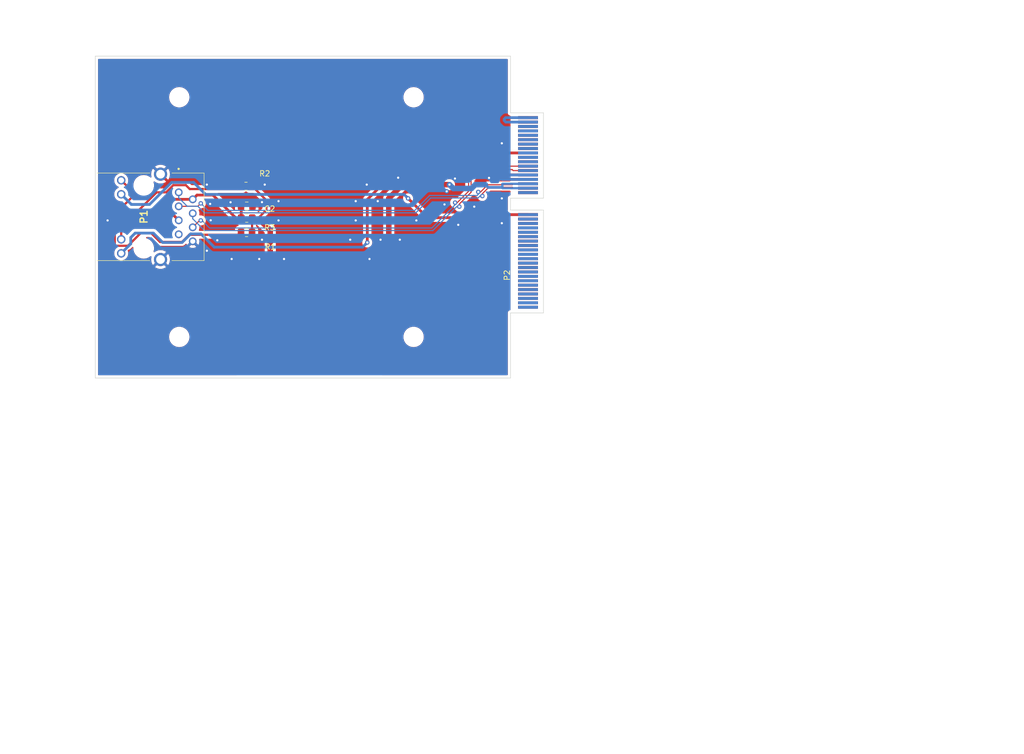
<source format=kicad_pcb>
(kicad_pcb (version 20221018) (generator pcbnew)
  (layers (0 "F.Cu" signal) (31 "B.Cu" signal) (34 "B.Paste" user) (35 "F.Paste" user) (36 "B.SilkS" user "B.Silkscreen") (37 "F.SilkS" user "F.Silkscreen") (38 "B.Mask" user) (39 "F.Mask" user) (44 "Edge.Cuts" user))
  (net 0 "")
  (net 1 "GND")
  (net 2 "LED2")
  (net 3 "TX+")
  (net 4 "TX-")
  (net 5 "RX+")
  (net 6 "RX-")
  (net 7 "LED1")
  (net 53 "+3.3V")
  (net 74 "Net-(P2-Pin_78)")
  (net 76 "Net-(P1-CRD)")
  (net 78 "Net-(P1-AG)")
  (net 79 "Net-(P1-AY)")
  (footprint "Capacitor_SMD:C_0805_2012Metric_Pad1.18x1.45mm_HandSolder" (layer "F.Cu") (at 139.7375 86.4 180)
    (fp_text reference "C2" (at -4.1625 -0.5) (layer "F.SilkS"))
    (fp_text value "1n")
    (fp_line (start -0.261252 -0.735) (end 0.261252 -0.735) (stroke (width 0.12)) (layer "F.SilkS"))
    (fp_line (start -0.261252 0.735) (end 0.261252 0.735) (stroke (width 0.12)) (layer "F.SilkS"))
    (pad "1" smd roundrect (at -1.0375 0 180) (size 1.175 1.45) (layers "F.Cu" "F.Paste" "F.Mask") (roundrect_rratio 0.2127659574) (net 1 "GND"))
    (pad "2" smd roundrect (at 1.0375 0 180) (size 1.175 1.45) (layers "F.Cu" "F.Paste" "F.Mask") (roundrect_rratio 0.2127659574) (net 76 "Net-(P1-CRD)"))
  )
  (footprint "DSOXLAN:cardedge_40x2" (layer "F.Cu") (at 190.754 104.75)
    (fp_text reference "P2" (at -3.8 -5.8 90) (layer "F.SilkS"))
    (fp_text value "CONN_02X40" hide)
    (pad "1" connect rect (at 0 0) (size 3.6 0.55) (layers "F.Cu" "F.Mask"))
    (pad "2" connect rect (at 0 0) (size 3.6 0.55) (layers "B.Cu" "B.Mask"))
    (pad "3" connect rect (at 0 -0.8) (size 3.6 0.55) (layers "F.Cu" "F.Mask"))
    (pad "4" connect rect (at 0 -0.8) (size 3.6 0.55) (layers "B.Cu" "B.Mask"))
    (pad "5" connect rect (at 0 -1.6) (size 3.6 0.55) (layers "F.Cu" "F.Mask"))
    (pad "6" connect rect (at 0 -1.6) (size 3.6 0.55) (layers "B.Cu" "B.Mask"))
    (pad "7" connect rect (at 0 -2.4) (size 3.6 0.55) (layers "F.Cu" "F.Mask"))
    (pad "8" connect rect (at 0 -2.4) (size 3.6 0.55) (layers "B.Cu" "B.Mask"))
    (pad "9" connect rect (at 0 -3.2) (size 3.6 0.55) (layers "F.Cu" "F.Mask"))
    (pad "10" connect rect (at 0 -3.2) (size 3.6 0.55) (layers "B.Cu" "B.Mask"))
    (pad "11" connect rect (at 0 -4) (size 3.6 0.55) (layers "F.Cu" "F.Mask"))
    (pad "12" connect rect (at 0 -4) (size 3.6 0.55) (layers "B.Cu" "B.Mask"))
    (pad "13" connect rect (at 0 -4.8) (size 3.6 0.55) (layers "F.Cu" "F.Mask"))
    (pad "14" connect rect (at 0 -4.8) (size 3.6 0.55) (layers "B.Cu" "B.Mask"))
    (pad "15" connect rect (at 0 -5.6) (size 3.6 0.55) (layers "F.Cu" "F.Mask"))
    (pad "16" connect rect (at 0 -5.6) (size 3.6 0.55) (layers "B.Cu" "B.Mask"))
    (pad "17" connect rect (at 0 -6.4) (size 3.6 0.55) (layers "F.Cu" "F.Mask"))
    (pad "18" connect rect (at 0 -6.4) (size 3.6 0.55) (layers "B.Cu" "B.Mask"))
    (pad "19" connect rect (at 0 -7.2) (size 3.6 0.55) (layers "F.Cu" "F.Mask"))
    (pad "20" connect rect (at 0 -7.2) (size 3.6 0.55) (layers "B.Cu" "B.Mask"))
    (pad "21" connect rect (at 0 -8) (size 3.6 0.55) (layers "F.Cu" "F.Mask"))
    (pad "22" connect rect (at 0 -8) (size 3.6 0.55) (layers "B.Cu" "B.Mask"))
    (pad "23" connect rect (at 0 -8.8) (size 3.6 0.55) (layers "F.Cu" "F.Mask"))
    (pad "24" connect rect (at 0 -8.8) (size 3.6 0.55) (layers "B.Cu" "B.Mask"))
    (pad "25" connect rect (at 0 -9.6) (size 3.6 0.55) (layers "F.Cu" "F.Mask"))
    (pad "26" connect rect (at 0 -9.6) (size 3.6 0.55) (layers "B.Cu" "B.Mask"))
    (pad "27" connect rect (at 0 -10.4) (size 3.6 0.55) (layers "F.Cu" "F.Mask"))
    (pad "28" connect rect (at 0 -10.4) (size 3.6 0.55) (layers "B.Cu" "B.Mask"))
    (pad "29" connect rect (at 0 -11.2) (size 3.6 0.55) (layers "F.Cu" "F.Mask"))
    (pad "30" connect rect (at 0 -11.2) (size 3.6 0.55) (layers "B.Cu" "B.Mask"))
    (pad "31" connect rect (at 0 -12) (size 3.6 0.55) (layers "F.Cu" "F.Mask"))
    (pad "32" connect rect (at 0 -12) (size 3.6 0.55) (layers "B.Cu" "B.Mask"))
    (pad "33" connect rect (at 0 -12.8) (size 3.6 0.55) (layers "F.Cu" "F.Mask"))
    (pad "34" connect rect (at 0 -12.8) (size 3.6 0.55) (layers "B.Cu" "B.Mask"))
    (pad "35" connect rect (at 0 -13.6) (size 3.6 0.55) (layers "F.Cu" "F.Mask"))
    (pad "36" connect rect (at 0 -13.6) (size 3.6 0.55) (layers "B.Cu" "B.Mask"))
    (pad "37" connect rect (at 0 -14.4) (size 3.6 0.55) (layers "F.Cu" "F.Mask"))
    (pad "38" connect rect (at 0 -14.4) (size 3.6 0.55) (layers "B.Cu" "B.Mask"))
    (pad "39" connect rect (at 0 -15.2) (size 3.6 0.55) (layers "F.Cu" "F.Mask"))
    (pad "40" connect rect (at 0 -15.2) (size 3.6 0.55) (layers "B.Cu" "B.Mask"))
    (pad "41" connect rect (at 0 -16) (size 3.6 0.55) (layers "F.Cu" "F.Mask"))
    (pad "42" connect rect (at 0 -16) (size 3.6 0.55) (layers "B.Cu" "B.Mask"))
    (pad "43" connect rect (at 0 -16.8) (size 3.6 0.55) (layers "F.Cu" "F.Mask") (net 2 "LED2"))
    (pad "44" connect rect (at 0 -16.8) (size 3.6 0.55) (layers "B.Cu" "B.Mask"))
    (pad "45" connect rect (at 0 -20.8) (size 3.6 0.55) (layers "F.Cu" "F.Mask"))
    (pad "46" connect rect (at 0 -20.8) (size 3.6 0.55) (layers "B.Cu" "B.Mask"))
    (pad "47" connect rect (at 0 -21.6) (size 3.6 0.55) (layers "F.Cu" "F.Mask") (net 3 "TX+"))
    (pad "48" connect rect (at 0 -21.6) (size 3.6 0.55) (layers "B.Cu" "B.Mask") (net 53 "+3.3V"))
    (pad "49" connect rect (at 0 -22.4) (size 3.6 0.55) (layers "F.Cu" "F.Mask") (net 4 "TX-"))
    (pad "50" connect rect (at 0 -22.4) (size 3.6 0.55) (layers "B.Cu" "B.Mask") (net 53 "+3.3V"))
    (pad "51" connect rect (at 0 -23.2) (size 3.6 0.55) (layers "F.Cu" "F.Mask") (net 1 "GND"))
    (pad "52" connect rect (at 0 -23.2) (size 3.6 0.55) (layers "B.Cu" "B.Mask") (net 1 "GND"))
    (pad "53" connect rect (at 0 -24) (size 3.6 0.55) (layers "F.Cu" "F.Mask") (net 1 "GND"))
    (pad "54" connect rect (at 0 -24) (size 3.6 0.55) (layers "B.Cu" "B.Mask") (net 1 "GND"))
    (pad "55" connect rect (at 0 -24.8) (size 3.6 0.55) (layers "F.Cu" "F.Mask") (net 5 "RX+"))
    (pad "56" connect rect (at 0 -24.8) (size 3.6 0.55) (layers "B.Cu" "B.Mask"))
    (pad "57" connect rect (at 0 -25.6) (size 3.6 0.55) (layers "F.Cu" "F.Mask") (net 6 "RX-"))
    (pad "58" connect rect (at 0 -25.6) (size 3.6 0.55) (layers "B.Cu" "B.Mask"))
    (pad "59" connect rect (at 0 -26.4) (size 3.6 0.55) (layers "F.Cu" "F.Mask"))
    (pad "60" connect rect (at 0 -26.4) (size 3.6 0.55) (layers "B.Cu" "B.Mask"))
    (pad "61" connect rect (at 0 -27.2) (size 3.6 0.55) (layers "F.Cu" "F.Mask"))
    (pad "62" connect rect (at 0 -27.2) (size 3.6 0.55) (layers "B.Cu" "B.Mask"))
    (pad "63" connect rect (at 0 -28) (size 3.6 0.55) (layers "F.Cu" "F.Mask") (net 7 "LED1"))
    (pad "64" connect rect (at 0 -28) (size 3.6 0.55) (layers "B.Cu" "B.Mask"))
    (pad "65" connect rect (at 0 -28.8) (size 3.6 0.55) (layers "F.Cu" "F.Mask"))
    (pad "66" connect rect (at 0 -28.8) (size 3.6 0.55) (layers "B.Cu" "B.Mask"))
    (pad "67" connect rect (at 0 -29.6) (size 3.6 0.55) (layers "F.Cu" "F.Mask"))
    (pad "68" connect rect (at 0 -29.6) (size 3.6 0.55) (layers "B.Cu" "B.Mask"))
    (pad "69" connect rect (at 0 -30.4) (size 3.6 0.55) (layers "F.Cu" "F.Mask"))
    (pad "70" connect rect (at 0 -30.4) (size 3.6 0.55) (layers "B.Cu" "B.Mask"))
    (pad "71" connect rect (at 0 -31.2) (size 3.6 0.55) (layers "F.Cu" "F.Mask"))
    (pad "72" connect rect (at 0 -31.2) (size 3.6 0.55) (layers "B.Cu" "B.Mask"))
    (pad "73" connect rect (at 0 -32) (size 3.6 0.55) (layers "F.Cu" "F.Mask"))
    (pad "74" connect rect (at 0 -32) (size 3.6 0.55) (layers "B.Cu" "B.Mask"))
    (pad "75" connect rect (at 0 -32.8) (size 3.6 0.55) (layers "F.Cu" "F.Mask"))
    (pad "76" connect rect (at 0 -32.8) (size 3.6 0.55) (layers "B.Cu" "B.Mask"))
    (pad "77" connect rect (at 0 -33.6) (size 3.6 0.55) (layers "F.Cu" "F.Mask"))
    (pad "78" connect rect (at 0 -33.6) (size 3.6 0.55) (layers "B.Cu" "B.Mask") (net 74 "Net-(P2-Pin_78)"))
    (pad "79" connect rect (at 0 -34.4) (size 3.6 0.55) (layers "F.Cu" "F.Mask"))
    (pad "80" connect rect (at 0 -34.4) (size 3.6 0.55) (layers "B.Cu" "B.Mask") (net 74 "Net-(P2-Pin_78)"))
  )
  (footprint "Resistor_SMD:R_0805_2012Metric_Pad1.20x1.40mm_HandSolder" (layer "F.Cu") (at 139.7 91.2 180)
    (fp_text reference "R1" (at -4.3 -2.6 180) (layer "F.SilkS"))
    (fp_text value "470R")
    (fp_line (start -0.227064 -0.735) (end 0.227064 -0.735) (stroke (width 0.12)) (layer "F.SilkS"))
    (fp_line (start -0.227064 0.735) (end 0.227064 0.735) (stroke (width 0.12)) (layer "F.SilkS"))
    (pad "1" smd roundrect (at -1 0 180) (size 1.2 1.4) (layers "F.Cu" "F.Paste" "F.Mask") (roundrect_rratio 0.2083333333) (net 53 "+3.3V"))
    (pad "2" smd roundrect (at 1 0 180) (size 1.2 1.4) (layers "F.Cu" "F.Paste" "F.Mask") (roundrect_rratio 0.2083333333) (net 79 "Net-(P1-AY)"))
  )
  (footprint "Resistor_SMD:R_0805_2012Metric_Pad1.20x1.40mm_HandSolder" (layer "F.Cu") (at 139.6 82.8 180)
    (fp_text reference "R2" (at -3.4 2.3 180) (layer "F.SilkS"))
    (fp_text value "470R")
    (fp_line (start -0.227064 -0.735) (end 0.227064 -0.735) (stroke (width 0.12)) (layer "F.SilkS"))
    (fp_line (start -0.227064 0.735) (end 0.227064 0.735) (stroke (width 0.12)) (layer "F.SilkS"))
    (pad "1" smd roundrect (at -1 0 180) (size 1.2 1.4) (layers "F.Cu" "F.Paste" "F.Mask") (roundrect_rratio 0.2083333333) (net 53 "+3.3V"))
    (pad "2" smd roundrect (at 1 0 180) (size 1.2 1.4) (layers "F.Cu" "F.Paste" "F.Mask") (roundrect_rratio 0.2083333333) (net 78 "Net-(P1-AG)"))
  )
  (footprint "Resistor_SMD:R_0805_2012Metric_Pad1.20x1.40mm_HandSolder" (layer "F.Cu") (at 139.7375 88.59 180)
    (fp_text reference "R3" (at -4.1625 -1.71) (layer "F.SilkS"))
    (fp_text value "10R")
    (fp_line (start -0.227064 -0.735) (end 0.227064 -0.735) (stroke (width 0.12)) (layer "F.SilkS"))
    (fp_line (start -0.227064 0.735) (end 0.227064 0.735) (stroke (width 0.12)) (layer "F.SilkS"))
    (pad "1" smd roundrect (at -1 0 180) (size 1.2 1.4) (layers "F.Cu" "F.Paste" "F.Mask") (roundrect_rratio 0.2083333333) (net 53 "+3.3V"))
    (pad "2" smd roundrect (at 1 0 180) (size 1.2 1.4) (layers "F.Cu" "F.Paste" "F.Mask") (roundrect_rratio 0.2083333333) (net 76 "Net-(P1-CRD)"))
  )
  (footprint "MountingHole:MountingHole_3.2mm_M3_ISO7380" (layer "F.Cu") (at 127.5 110.142)
    (fp_text reference "H102" hide)
    (fp_text value "MountingHole")
    (pad "" np_thru_hole circle (at 0 0) (size 3.2 3.2) (drill 3.2) (layers "*.Cu" "*.Mask"))
  )
  (footprint "MountingHole:MountingHole_3.2mm_M3_ISO7380" (layer "F.Cu") (at 127.5 66.642)
    (fp_text reference "H101" hide)
    (fp_text value "MountingHole")
    (pad "" np_thru_hole circle (at 0 0) (size 3.2 3.2) (drill 3.2) (layers "*.Cu" "*.Mask"))
  )
  (footprint "MountingHole:MountingHole_3.2mm_M3_ISO7380" (layer "F.Cu") (at 170 66.642)
    (fp_text reference "H103" hide)
    (fp_text value "MountingHole")
    (pad "" np_thru_hole circle (at 0 0) (size 3.2 3.2) (drill 3.2) (layers "F&B.Cu" "*.Mask"))
  )
  (footprint "MountingHole:MountingHole_3.2mm_M3_ISO7380" (layer "F.Cu") (at 170 110.142)
    (fp_text reference "H104" hide)
    (fp_text value "MountingHole")
    (pad "" np_thru_hole circle (at 0 0) (size 3.2 3.2) (drill 3.2) (layers "F&B.Cu" "*.Mask"))
  )
  (footprint "DSOXLAN:Lid" (layer "F.Cu") (at 113 88.392)
    (fp_text reference "N1" hide)
    (fp_text value "Lid")
  )
  (footprint "DSOXLAN:Spacer2b" (layer "F.Cu") (at 170 88.392 90)
    (fp_text reference "N3" hide)
    (fp_text value "Spacer2b")
  )
  (footprint "Symbol:OSHW-Symbol_6.7x6mm_Copper" (layer "F.Cu") (at 149 64.5)
    (fp_text reference "SYM101" hide)
    (fp_text value "Logo_Open_Hardware_Small" hide)
    (fp_poly (pts (xy 0.555814 -2.531069) (xy 0.639635 -2.086445) (xy 0.94892 -1.958947) (xy 1.258206 -1.831449) (xy 1.629246 -2.083754) (xy 1.733157 -2.154004) (xy 1.827087 -2.216728) (xy 1.906652 -2.269062) (xy 1.96747 -2.308143) (xy 2.005157 -2.331107) (xy 2.015421 -2.336058) (xy 2.03391 -2.323324) (xy 2.07342 -2.288118) (xy 2.129522 -2.234938) (xy 2.197787 -2.168282) (xy 2.273786 -2.092646) (xy 2.353092 -2.012528) (xy 2.431275 -1.932426) (xy 2.503907 -1.856836) (xy 2.566559 -1.790255) (xy 2.614803 -1.737182) (xy 2.64421 -1.702113) (xy 2.651241 -1.690377) (xy 2.641123 -1.66874) (xy 2.612759 -1.621338) (xy 2.569129 -1.552807) (xy 2.513218 -1.467785) (xy 2.448006 -1.370907) (xy 2.410219 -1.31565) (xy 2.341343 -1.214752) (xy 2.28014 -1.123701) (xy 2.229578 -1.04703) (xy 2.192628 -0.989272) (xy 2.172258 -0.954957) (xy 2.169197 -0.947746) (xy 2.176136 -0.927252) (xy 2.195051 -0.879487) (xy 2.223087 -0.811168) (xy 2.257391 -0.729011) (xy 2.295109 -0.63973) (xy 2.333387 -0.550042) (xy 2.36937 -0.466662) (xy 2.400206 -0.396306) (xy 2.423039 -0.34569) (xy 2.435017 -0.321529) (xy 2.435724 -0.320578) (xy 2.454531 -0.315964) (xy 2.504618 -0.305672) (xy 2.580793 -0.290713) (xy 2.677865 -0.272099) (xy 2.790643 -0.250841) (xy 2.856442 -0.238582) (xy 2.97695 -0.215638) (xy 3.085797 -0.193805) (xy 3.177476 -0.174278) (xy 3.246481 -0.158252) (xy 3.287304 -0.146921) (xy 3.295511 -0.143326) (xy 3.303548 -0.118994) (xy 3.310033 -0.064041) (xy 3.31497 0.015108) (xy 3.318364 0.112026) (xy 3.320218 0.220287) (xy 3.320538 0.333465) (xy 3.319327 0.445135) (xy 3.31659 0.548868) (xy 3.312331 0.638241) (xy 3.306555 0.706826) (xy 3.299267 0.748197) (xy 3.294895 0.75681) (xy 3.268764 0.767133) (xy 3.213393 0.781892) (xy 3.136107 0.799352) (xy 3.04423 0.81778) (xy 3.012158 0.823741) (xy 2.857524 0.852066) (xy 2.735375 0.874876) (xy 2.641673 0.89308) (xy 2.572384 0.907583) (xy 2.523471 0.919292) (xy 2.490897 0.929115) (xy 2.470628 0.937956) (xy 2.458626 0.946724) (xy 2.456947 0.948457) (xy 2.440184 0.976371) (xy 2.414614 1.030695) (xy 2.382788 1.104777) (xy 2.34726 1.191965) (xy 2.310583 1.285608) (xy 2.275311 1.379052) (xy 2.243996 1.465647) (xy 2.219193 1.53874) (xy 2.203454 1.591678) (xy 2.199332 1.617811) (xy 2.199676 1.618726) (xy 2.213641 1.640086) (xy 2.245322 1.687084) (xy 2.291391 1.754827) (xy 2.348518 1.838423) (xy 2.413373 1.932982) (xy 2.431843 1.959854) (xy 2.497699 2.057275) (xy 2.55565 2.146163) (xy 2.602538 2.221412) (xy 2.635207 2.27792) (xy 2.6505 2.310581) (xy 2.651241 2.314593) (xy 2.638392 2.335684) (xy 2.602888 2.377464) (xy 2.549293 2.435445) (xy 2.482171 2.505135) (xy 2.406087 2.582045) (xy 2.325604 2.661683) (xy 2.245287 2.739561) (xy 2.169699 2.811186) (xy 2.103405 2.87207) (xy 2.050969 2.917721) (xy 2.016955 2.94365) (xy 2.007545 2.947883) (xy 1.985643 2.937912) (xy 1.9408 2.91102) (xy 1.880321 2.871736) (xy 1.833789 2.840117) (xy 1.749475 2.782098) (xy 1.649626 2.713784) (xy 1.549473 2.645579) (xy 1.495627 2.609075) (xy 1.313371 2.4858) (xy 1.160381 2.56852) (xy 1.090682 2.604759) (xy 1.031414 2.632926) (xy 0.991311 2.648991) (xy 0.981103 2.651226) (xy 0.968829 2.634722) (xy 0.944613 2.588082) (xy 0.910263 2.515609) (xy 0.867588 2.421606) (xy 0.818394 2.310374) (xy 0.76449 2.186215) (xy 0.707684 2.053432) (xy 0.649782 1.916327) (xy 0.592593 1.779202) (xy 0.537924 1.646358) (xy 0.487584 1.522098) (xy 0.44338 1.410725) (xy 0.407119 1.316539) (xy 0.380609 1.243844) (xy 0.365658 1.196941) (xy 0.363254 1.180833) (xy 0.382311 1.160286) (xy 0.424036 1.126933) (xy 0.479706 1.087702) (xy 0.484378 1.084599) (xy 0.628264 0.969423) (xy 0.744283 0.835053) (xy 0.83143 0.685784) (xy 0.888699 0.525913) (xy 0.915086 0.359737) (xy 0.909585 0.191552) (xy 0.87119 0.025655) (xy 0.798895 -0.133658) (xy 0.777626 -0.168513) (xy 0.666996 -0.309263) (xy 0.536302 -0.422286) (xy 0.390064 -0.506997) (xy 0.232808 -0.562806) (xy 0.069057 -0.589126) (xy -0.096667 -0.58537) (xy -0.259838 -0.55095) (xy -0.415935 -0.485277) (xy -0.560433 -0.387765) (xy -0.605131 -0.348187) (xy -0.718888 -0.224297) (xy -0.801782 -0.093876) (xy -0.858644 0.052315) (xy -0.890313 0.197088) (xy -0.898131 0.35986) (xy -0.872062 0.52344) (xy -0.814755 0.682298) (xy -0.728856 0.830906) (xy -0.617014 0.963735) (xy -0.481877 1.075256) (xy -0.464117 1.087011) (xy -0.40785 1.125508) (xy -0.365077 1.158863) (xy -0.344628 1.18016) (xy -0.344331 1.180833) (xy -0.348721 1.203871) (xy -0.366124 1.256157) (xy -0.394732 1.33339) (xy -0.432735 1.431268) (xy -0.478326 1.545491) (xy -0.529697 1.671758) (xy -0.585038 1.805767) (xy -0.642542 1.943218) (xy -0.700399 2.079808) (xy -0.756802 2.211237) (xy -0.809942 2.333205) (xy -0.85801 2.441409) (xy -0.899199 2.531549) (xy -0.931699 2.599323) (xy -0.953703 2.64043) (xy -0.962564 2.651226) (xy -0.98964 2.642819) (xy -1.040303 2.620272) (xy -1.105817 2.587613) (xy -1.141841 2.56852) (xy -1.294832 2.4858) (xy -1.477088 2.609075) (xy -1.570125 2.672228) (xy -1.671985 2.741727) (xy -1.767438 2.807165) (xy -1.81525 2.840117) (xy -1.882495 2.885273) (xy -1.939436 2.921057) (xy -1.978646 2.942938) (xy -1.991381 2.947563) (xy -2.009917 2.935085) (xy -2.050941 2.900252) (xy -2.110475 2.846678) (xy -2.184542 2.777983) (xy -2.269165 2.697781) (xy -2.322685 2.646286) (xy -2.416319 2.554286) (xy -2.497241 2.471999) (xy -2.562177 2.402945) (xy -2.607858 2.350644) (xy -2.631011 2.318616) (xy -2.633232 2.312116) (xy -2.622924 2.287394) (xy -2.594439 2.237405) (xy -2.550937 2.167212) (xy -2.495577 2.081875) (xy -2.43152 1.986456) (xy -2.413303 1.959854) (xy -2.346927 1.863167) (xy -2.287378 1.776117) (xy -2.237984 1.703595) (xy -2.202075 1.650493) (xy -2.182981 1.621703) (xy -2.181136 1.618726) (xy -2.183895 1.595782) (xy -2.198538 1.545336) (xy -2.222513 1.474041) (xy -2.253266 1.388547) (xy -2.288244 1.295507) (xy -2.324893 1.201574) (xy -2.360661 1.113399) (xy -2.392994 1.037634) (xy -2.419338 0.980931) (xy -2.437142 0.949943) (xy -2.438407 0.948457) (xy -2.449294 0.939601) (xy -2.467682 0.930843) (xy -2.497606 0.921277) (xy -2.543103 0.909996) (xy -2.608209 0.896093) (xy -2.696961 0.878663) (xy -2.813393 0.856798) (xy -2.961542 0.829591) (xy -2.993618 0.823741) (xy -3.088686 0.805374) (xy -3.171565 0.787405) (xy -3.23493 0.771569) (xy -3.271458 0.7596) (xy -3.276356 0.75681) (xy -3.284427 0.732072) (xy -3.290987 0.67679) (xy -3.296033 0.597389) (xy -3.299559 0.500296) (xy -3.301561 0.391938) (xy -3.302036 0.27874) (xy -3.300977 0.167128) (xy -3.298382 0.063529) (xy -3.294246 -0.025632) (xy -3.288563 -0.093928) (xy -3.281331 -0.134934) (xy -3.276971 -0.143326) (xy -3.252698 -0.151792) (xy -3.197426 -0.165565) (xy -3.116662 -0.18345) (xy -3.015912 -0.204252) (xy -2.900683 -0.226777) (xy -2.837902 -0.238582) (xy -2.718787 -0.260849) (xy -2.612565 -0.281021) (xy -2.524427 -0.298085) (xy -2.459566 -0.311031) (xy -2.423174 -0.318845) (xy -2.417184 -0.320578) (xy -2.407061 -0.34011) (xy -2.385662 -0.387157) (xy -2.355839 -0.454997) (xy -2.320445 -0.536909) (xy -2.282332 -0.626172) (xy -2.244353 -0.716065) (xy -2.20936 -0.799865) (xy -2.180206 -0.870853) (xy -2.159743 -0.922306) (xy -2.150823 -0.947503) (xy -2.150657 -0.948604) (xy -2.160769 -0.968481) (xy -2.189117 -1.014223) (xy -2.232723 -1.081283) (xy -2.288606 -1.165116) (xy -2.353787 -1.261174) (xy -2.391679 -1.31635) (xy -2.460725 -1.417519) (xy -2.52205 -1.50937) (xy -2.572663 -1.587256) (xy -2.609571 -1.646531) (xy -2.629782 -1.682549) (xy -2.632701 -1.690623) (xy -2.620153 -1.709416) (xy -2.585463 -1.749543) (xy -2.533063 -1.806507) (xy -2.467384 -1.875815) (xy -2.392856 -1.952969) (xy -2.313913 -2.033475) (xy -2.234983 -2.112837) (xy -2.1605 -2.18656) (xy -2.094894 -2.250148) (xy -2.042596 -2.299106) (xy -2.008039 -2.328939) (xy -1.996478 -2.336058) (xy -1.977654 -2.326047) (xy -1.932631 -2.297922) (xy -1.865787 -2.254546) (xy -1.781499 -2.198782) (xy -1.684144 -2.133494) (xy -1.610707 -2.083754) (xy -1.239667 -1.831449) (xy -0.621095 -2.086445) (xy -0.537275 -2.531069) (xy -0.453454 -2.975693) (xy 0.471994 -2.975693) (xy 0.555814 -2.531069)) (stroke (width 0.01)) (fill solid) (layer "F.Cu"))
  )
  (footprint "DSOXLAN:7499011121A" (layer "F.Cu") (at 121.080001 88.345 90)
    (fp_text reference "P1" (at 0 0 90) (layer "F.SilkS") (effects (font (size 1.27 1.27) (thickness 0.254))))
    (fp_text value "7499010121A" hide)
    (fp_line (start -7.94 1.08) (end -7.94 -8.5) (stroke (width 0.1)) (layer "F.SilkS"))
    (fp_line (start -7.94 5.08) (end -7.94 10.92) (stroke (width 0.1)) (layer "F.SilkS"))
    (fp_line (start -7.94 10.92) (end 7.94 10.92) (stroke (width 0.1)) (layer "F.SilkS"))
    (fp_line (start 7.94 -8.5) (end 7.94 1.08) (stroke (width 0.1)) (layer "F.SilkS"))
    (fp_line (start 7.94 10.92) (end 7.94 5.08) (stroke (width 0.1)) (layer "F.SilkS"))
    (fp_line (start 8.7 6.2) (end 8.7 6.2) (stroke (width 0.2)) (layer "F.SilkS"))
    (fp_line (start 8.7 6.4) (end 8.7 6.4) (stroke (width 0.2)) (layer "F.SilkS"))
    (fp_arc (start 8.7 6.2) (mid 8.8 6.3) (end 8.7 6.4) (stroke (width 0.2)) (layer "F.SilkS"))
    (fp_arc (start 8.7 6.4) (mid 8.6 6.3) (end 8.7 6.2) (stroke (width 0.2)) (layer "F.SilkS"))
    (pad "" np_thru_hole circle (at -5.715 -0.03 90) (size 3.25 3.25) (drill 3.25) (layers "*.Cu" "*.Mask"))
    (pad "" np_thru_hole circle (at 5.715 -0.03 90) (size 3.25 3.25) (drill 3.25) (layers "*.Cu" "*.Mask"))
    (pad "1" thru_hole circle (at 4.445 6.32 90) (size 1.4 1.4) (drill 0.9) (layers "*.Cu" "*.Mask") (net 3 "TX+"))
    (pad "2" thru_hole circle (at 3.175 8.86 90) (size 1.4 1.4) (drill 0.9) (layers "*.Cu" "*.Mask") (net 76 "Net-(P1-CRD)"))
    (pad "3" thru_hole circle (at 1.905 6.32 90) (size 1.4 1.4) (drill 0.9) (layers "*.Cu" "*.Mask") (net 4 "TX-"))
    (pad "4" thru_hole circle (at 0.635 8.86 90) (size 1.4 1.4) (drill 0.9) (layers "*.Cu" "*.Mask") (net 5 "RX+"))
    (pad "5" thru_hole circle (at -0.635 6.32 90) (size 1.4 1.4) (drill 0.9) (layers "*.Cu" "*.Mask") (net 76 "Net-(P1-CRD)"))
    (pad "6" thru_hole circle (at -1.905 8.86 90) (size 1.4 1.4) (drill 0.9) (layers "*.Cu" "*.Mask") (net 6 "RX-"))
    (pad "7" thru_hole circle (at -3.175 6.32 90) (size 1.4 1.4) (drill 0.9) (layers "*.Cu" "*.Mask"))
    (pad "8" thru_hole circle (at -4.445 8.86 90) (size 1.4 1.4) (drill 0.9) (layers "*.Cu" "*.Mask") (net 1 "GND"))
    (pad "9" thru_hole circle (at 6.63 -4.11 90) (size 1.53 1.53) (drill 1.02) (layers "*.Cu" "*.Mask") (net 79 "Net-(P1-AY)"))
    (pad "10" thru_hole circle (at 4.09 -4.11 90) (size 1.53 1.53) (drill 1.02) (layers "*.Cu" "*.Mask") (net 2 "LED2"))
    (pad "11" thru_hole circle (at -4.09 -4.11 90) (size 1.53 1.53) (drill 1.02) (layers "*.Cu" "*.Mask") (net 78 "Net-(P1-AG)"))
    (pad "12" thru_hole circle (at -6.63 -4.11 90) (size 1.53 1.53) (drill 1.02) (layers "*.Cu" "*.Mask") (net 7 "LED1"))
    (pad "13" thru_hole circle (at -7.745 3.02 90) (size 2.4 2.4) (drill 1.6) (layers "*.Cu" "*.Mask") (net 1 "GND"))
    (pad "14" thru_hole circle (at 7.745 3.02 90) (size 2.4 2.4) (drill 1.6) (layers "*.Cu" "*.Mask") (net 1 "GND"))
  )
  (footprint "DSOXLAN:Spacer1a" (layer "B.Cu") (at 170 88.392 90)
    (fp_text reference "N2" hide)
    (fp_text value "Spacer1a")
  )
  (gr_line (start 193.548 69.469) (end 187.579 69.469) (stroke (width 0.1)) (layer "Edge.Cuts"))
  (gr_line (start 179.578 117.602) (end 187.579 117.602) (stroke (width 0.1)) (layer "Edge.Cuts"))
  (gr_line (start 187.579 105.791) (end 193.548 105.791) (stroke (width 0.1)) (layer "Edge.Cuts"))
  (gr_line (start 187.579 69.469) (end 187.579 59.182) (stroke (width 0.1)) (layer "Edge.Cuts"))
  (gr_line (start 193.548 84.963) (end 193.548 69.469) (stroke (width 0.1)) (layer "Edge.Cuts"))
  (gr_line (start 193.548 105.791) (end 193.548 87.122) (stroke (width 0.1)) (layer "Edge.Cuts"))
  (gr_line (start 187.579 117.602) (end 187.579 105.791) (stroke (width 0.1)) (layer "Edge.Cuts"))
  (gr_line (start 112.268 117.602) (end 179.578 117.602) (stroke (width 0.1)) (layer "Edge.Cuts"))
  (gr_line (start 187.579 59.182) (end 112.268 59.182) (stroke (width 0.1)) (layer "Edge.Cuts"))
  (gr_line (start 187.579 87.122) (end 187.579 84.963) (stroke (width 0.1)) (layer "Edge.Cuts"))
  (gr_line (start 193.548 87.122) (end 187.579 87.122) (stroke (width 0.1)) (layer "Edge.Cuts"))
  (gr_line (start 187.579 84.963) (end 193.548 84.963) (stroke (width 0.1)) (layer "Edge.Cuts"))
  (gr_line (start 112.268 59.182) (end 112.268 117.602) (stroke (width 0.1)) (layer "Edge.Cuts"))
  (gr_text "DIY DSOXLAN\nAW 2014-12-13\nDL8DTL 2024-05-18" (at 151.11013 112.916902) (layer "F.Cu") (effects (font (size 1.5 1.5) (thickness 0.3))))
  (segment (start 183.95 81.55) (end 183.68 81.28) (width 0.5) (layer "F.Cu") (net 1))
  (segment (start 183.68 81.28) (end 184.21 80.75) (width 0.5) (layer "F.Cu") (net 1))
  (segment (start 190.754 81.55) (end 183.95 81.55) (width 0.5) (layer "F.Cu") (net 1))
  (segment (start 184.21 80.75) (end 190.754 80.75) (width 0.5) (layer "F.Cu") (net 1))
  (via (at 132.5 94.5) (size 0.8) (drill 0.4) (layers "F.Cu" "B.Cu") (net 1))
  (via (at 163.5 85.5) (size 0.8) (drill 0.4) (layers "F.Cu" "B.Cu") (net 1))
  (via (at 133.1 86) (size 0.8) (drill 0.4) (layers "F.Cu" "B.Cu") (net 1))
  (via (at 183.68 81.28) (size 0.8) (drill 0.4) (layers "F.Cu" "B.Cu") (net 1))
  (via (at 175.6 86.1) (size 0.8) (drill 0.4) (layers "F.Cu" "B.Cu") (net 1))
  (via (at 114.5 89) (size 0.8) (drill 0.4) (layers "F.Cu" "B.Cu") (net 1))
  (via (at 142.5 85.6805) (size 0.8) (drill 0.4) (layers "F.Cu" "B.Cu") (net 1))
  (via (at 146.5 96) (size 0.8) (drill 0.4) (layers "F.Cu" "B.Cu") (net 1))
  (via (at 178.1 89.8) (size 0.8) (drill 0.4) (layers "F.Cu" "B.Cu") (net 1))
  (via (at 186 85) (size 0.8) (drill 0.4) (layers "F.Cu" "B.Cu") (net 1))
  (via (at 159.5 85.5) (size 0.8) (drill 0.4) (layers "F.Cu" "B.Cu") (net 1))
  (via (at 145.5 89) (size 0.8) (drill 0.4) (layers "F.Cu" "B.Cu") (net 1))
  (via (at 132.5 82.5) (size 0.8) (drill 0.4) (layers "F.Cu" "B.Cu") (net 1))
  (via (at 142.5 92.5) (size 0.8) (drill 0.4) (layers "F.Cu" "B.Cu") (net 1))
  (via (at 145.5 85.5) (size 0.8) (drill 0.4) (layers "F.Cu" "B.Cu") (net 1))
  (via (at 136.8 85.7) (size 0.8) (drill 0.4) (layers "F.Cu" "B.Cu") (net 1))
  (via (at 186 89.5) (size 0.8) (drill 0.4) (layers "F.Cu" "B.Cu") (net 1))
  (via (at 161.5 82.5) (size 0.8) (drill 0.4) (layers "F.Cu" "B.Cu") (net 1))
  (via (at 170.5 89) (size 0.8) (drill 0.4) (layers "F.Cu" "B.Cu") (net 1))
  (via (at 134.4 92.6) (size 0.8) (drill 0.4) (layers "F.Cu" "B.Cu") (net 1))
  (via (at 186 75) (size 0.8) (drill 0.4) (layers "F.Cu" "B.Cu") (net 1))
  (via (at 133.2 88.967152) (size 0.8) (drill 0.4) (layers "F.Cu" "B.Cu") (net 1))
  (via (at 167.199272 81.245799) (size 0.8) (drill 0.4) (layers "F.Cu" "B.Cu") (net 1))
  (via (at 164 92.5) (size 0.8) (drill 0.4) (layers "F.Cu" "B.Cu") (net 1))
  (via (at 181 86.5) (size 0.8) (drill 0.4) (layers "F.Cu" "B.Cu") (net 1))
  (via (at 143 82.5) (size 0.8) (drill 0.4) (layers "F.Cu" "B.Cu") (net 1))
  (via (at 176 83.7255) (size 0.8) (drill 0.4) (layers "F.Cu" "B.Cu") (net 1))
  (via (at 177.5 81.4005) (size 0.8) (drill 0.4) (layers "F.Cu" "B.Cu") (net 1))
  (via (at 137 96) (size 0.8) (drill 0.4) (layers "F.Cu" "B.Cu") (net 1))
  (via (at 162 96) (size 0.8) (drill 0.4) (layers "F.Cu" "B.Cu") (net 1))
  (via (at 142 96) (size 0.8) (drill 0.4) (layers "F.Cu" "B.Cu") (net 1))
  (via (at 159.5 89) (size 0.8) (drill 0.4) (layers "F.Cu" "B.Cu") (net 1))
  (via (at 167.5 92.5) (size 0.8) (drill 0.4) (layers "F.Cu" "B.Cu") (net 1))
  (via (at 158.5 92.5) (size 0.8) (drill 0.4) (layers "F.Cu" "B.Cu") (net 1))
  (segment (start 186.100998 81.55) (end 186.055 81.504002) (width 0.5) (layer "B.Cu") (net 1))
  (segment (start 186.055 81.504002) (end 186.055 81.28) (width 0.5) (layer "B.Cu") (net 1))
  (segment (start 186.585 80.75) (end 186.055 81.28) (width 0.5) (layer "B.Cu") (net 1))
  (segment (start 190.754 81.55) (end 186.100998 81.55) (width 0.5) (layer "B.Cu") (net 1))
  (segment (start 186.055 81.28) (end 183.68 81.28) (width 0.5) (layer "B.Cu") (net 1))
  (segment (start 190.754 80.75) (end 186.585 80.75) (width 0.5) (layer "B.Cu") (net 1))
  (segment (start 190.754 87.95) (end 179.65 87.95) (width 0.5) (layer "F.Cu") (net 2))
  (segment (start 179.65 87.95) (end 179.1 88.5) (width 0.5) (layer "F.Cu") (net 2))
  (segment (start 172.5 88.5) (end 169 85) (width 0.5) (layer "F.Cu") (net 2))
  (segment (start 179.1 88.5) (end 172.5 88.5) (width 0.5) (layer "F.Cu") (net 2))
  (via (at 169 85) (size 0.8) (drill 0.4) (layers "F.Cu" "B.Cu") (net 2))
  (segment (start 126.1 82.1) (end 122.1 86.1) (width 0.5) (layer "B.Cu") (net 2))
  (segment (start 118.815001 86.1) (end 116.970001 84.255) (width 0.5) (layer "B.Cu") (net 2))
  (segment (start 169 85) (end 168.277464 84.277464) (width 0.5) (layer "B.Cu") (net 2))
  (segment (start 132.277464 84.277464) (end 130.1 82.1) (width 0.5) (layer "B.Cu") (net 2))
  (segment (start 168.277464 84.277464) (end 132.277464 84.277464) (width 0.5) (layer "B.Cu") (net 2))
  (segment (start 130.1 82.1) (end 126.1 82.1) (width 0.5) (layer "B.Cu") (net 2))
  (segment (start 122.1 86.1) (end 118.815001 86.1) (width 0.5) (layer "B.Cu") (net 2))
  (segment (start 183.643199 82.975) (end 182.471232 84.146967) (width 0.2) (layer "F.Cu") (net 3))
  (segment (start 187.878999 82.975) (end 183.643199 82.975) (width 0.2) (layer "F.Cu") (net 3))
  (segment (start 182.471232 84.146967) (end 182.471232 84.571232) (width 0.2) (layer "F.Cu") (net 3))
  (segment (start 190.754 83.15) (end 188.053999 83.15) (width 0.2) (layer "F.Cu") (net 3))
  (segment (start 188.053999 83.15) (end 187.878999 82.975) (width 0.2) (layer "F.Cu") (net 3))
  (via (at 182.471232 84.571232) (size 0.8) (drill 0.4) (layers "F.Cu" "B.Cu") (net 3))
  (segment (start 182.046967 84.571232) (end 181.693199 84.925) (width 0.2) (layer "B.Cu") (net 3))
  (segment (start 173.0932 84.925) (end 170.3932 87.625) (width 0.2) (layer "B.Cu") (net 3))
  (segment (start 128.935052 86.425) (end 127.400001 84.889949) (width 0.2) (layer "B.Cu") (net 3))
  (segment (start 127.400001 84.889949) (end 127.400001 83.9) (width 0.2) (layer "B.Cu") (net 3))
  (segment (start 130.865046 86.425) (end 128.935052 86.425) (width 0.2) (layer "B.Cu") (net 3))
  (segment (start 170.3932 87.625) (end 132.065046 87.625) (width 0.2) (layer "B.Cu") (net 3))
  (segment (start 181.693199 84.925) (end 173.0932 84.925) (width 0.2) (layer "B.Cu") (net 3))
  (segment (start 182.471232 84.571232) (end 182.046967 84.571232) (width 0.2) (layer "B.Cu") (net 3))
  (segment (start 132.065046 87.625) (end 130.865046 86.425) (width 0.2) (layer "B.Cu") (net 3))
  (segment (start 190.754 82.35) (end 188.053999 82.35) (width 0.2) (layer "F.Cu") (net 4))
  (segment (start 187.878999 82.525) (end 183.456801 82.525) (width 0.2) (layer "F.Cu") (net 4))
  (segment (start 188.053999 82.35) (end 187.878999 82.525) (width 0.2) (layer "F.Cu") (net 4))
  (segment (start 183.456801 82.525) (end 182.153033 83.828768) (width 0.2) (layer "F.Cu") (net 4))
  (segment (start 182.153033 83.828768) (end 181.728768 83.828768) (width 0.2) (layer "F.Cu") (net 4))
  (segment (start 130.86 86.44) (end 127.400001 86.44) (width 0.2) (layer "F.Cu") (net 4))
  (segment (start 131.4 85.9) (end 130.86 86.44) (width 0.2) (layer "F.Cu") (net 4))
  (via (at 181.728768 83.828768) (size 0.8) (drill 0.4) (layers "F.Cu" "B.Cu") (net 4))
  (via (at 131.4 85.9) (size 0.8) (drill 0.4) (layers "F.Cu" "B.Cu") (net 4))
  (segment (start 170.2068 87.175) (end 132.6932 87.175) (width 0.2) (layer "B.Cu") (net 4))
  (segment (start 132.6932 87.175) (end 131.4932 85.975) (width 0.2) (layer "B.Cu") (net 4))
  (segment (start 181.728768 83.828768) (end 181.728768 84.253033) (width 0.2) (layer "B.Cu") (net 4))
  (segment (start 131.4932 85.975) (end 131.475 85.975) (width 0.2) (layer "B.Cu") (net 4))
  (segment (start 181.506801 84.475) (end 172.9068 84.475) (width 0.2) (layer "B.Cu") (net 4))
  (segment (start 131.475 85.975) (end 131.4 85.9) (width 0.2) (layer "B.Cu") (net 4))
  (segment (start 172.9068 84.475) (end 170.2068 87.175) (width 0.2) (layer "B.Cu") (net 4))
  (segment (start 181.728768 84.253033) (end 181.506801 84.475) (width 0.2) (layer "B.Cu") (net 4))
  (segment (start 190.754 79.95) (end 188.053999 79.95) (width 0.2) (layer "F.Cu") (net 5))
  (segment (start 180.425 81.4932) (end 180.424999 83.8932) (width 0.2) (layer "F.Cu") (net 5))
  (segment (start 178.294074 86.024125) (end 178.294074 86.492667) (width 0.2) (layer "F.Cu") (net 5))
  (segment (start 187.878999 79.775) (end 182.1432 79.775) (width 0.2) (layer "F.Cu") (net 5))
  (segment (start 180.424999 83.8932) (end 178.294074 86.024125) (width 0.2) (layer "F.Cu") (net 5))
  (segment (start 188.053999 79.95) (end 187.878999 79.775) (width 0.2) (layer "F.Cu") (net 5))
  (segment (start 182.1432 79.775) (end 180.425 81.4932) (width 0.2) (layer "F.Cu") (net 5))
  (via (at 178.294074 86.492667) (size 0.8) (drill 0.4) (layers "F.Cu" "B.Cu") (net 5))
  (segment (start 129.940001 88.699949) (end 132.065052 90.825) (width 0.2) (layer "B.Cu") (net 5))
  (segment (start 173.493199 90.825) (end 177.825532 86.492667) (width 0.2) (layer "B.Cu") (net 5))
  (segment (start 132.065052 90.825) (end 173.493199 90.825) (width 0.2) (layer "B.Cu") (net 5))
  (segment (start 177.825532 86.492667) (end 178.294074 86.492667) (width 0.2) (layer "B.Cu") (net 5))
  (segment (start 129.940001 87.71) (end 129.940001 88.699949) (width 0.2) (layer "B.Cu") (net 5))
  (segment (start 131.190001 89) (end 129.940001 90.25) (width 0.2) (layer "F.Cu") (net 6))
  (segment (start 131.4 89) (end 131.190001 89) (width 0.2) (layer "F.Cu") (net 6))
  (segment (start 177.907301 85.7745) (end 177.528768 85.7745) (width 0.2) (layer "F.Cu") (net 6))
  (segment (start 179.975 81.3068) (end 179.975 83.706801) (width 0.2) (layer "F.Cu") (net 6))
  (segment (start 179.975 83.706801) (end 177.907301 85.7745) (width 0.2) (layer "F.Cu") (net 6))
  (segment (start 182.1318 79.15) (end 179.975 81.3068) (width 0.2) (layer "F.Cu") (net 6))
  (segment (start 190.754 79.15) (end 182.1318 79.15) (width 0.2) (layer "F.Cu") (net 6))
  (via (at 131.4 89) (size 0.8) (drill 0.4) (layers "F.Cu" "B.Cu") (net 6))
  (via (at 177.528768 85.7745) (size 0.8) (drill 0.4) (layers "F.Cu" "B.Cu") (net 6))
  (segment (start 131.6091 88.9909) (end 132.9932 90.375) (width 0.2) (layer "B.Cu") (net 6))
  (segment (start 131.6 89) (end 131.6091 88.9909) (width 0.2) (layer "B.Cu") (net 6))
  (segment (start 132.9932 90.375) (end 173.306801 90.375) (width 0.2) (layer "B.Cu") (net 6))
  (segment (start 177.528768 86.153033) (end 177.528768 85.7745) (width 0.2) (layer "B.Cu") (net 6))
  (segment (start 131.4 89) (end 131.6 89) (width 0.2) (layer "B.Cu") (net 6))
  (segment (start 173.306801 90.375) (end 177.528768 86.153033) (width 0.2) (layer "B.Cu") (net 6))
  (segment (start 170.05 76.75) (end 161.6 85.2) (width 0.5) (layer "F.Cu") (net 7))
  (segment (start 190.754 76.75) (end 170.05 76.75) (width 0.5) (layer "F.Cu") (net 7))
  (segment (start 161.6 85.2) (end 161.6 93) (width 0.5) (layer "F.Cu") (net 7))
  (via (at 161.6 93) (size 0.8) (drill 0.4) (layers "F.Cu" "B.Cu") (net 7))
  (segment (start 129.55 91.45) (end 128 93) (width 0.5) (layer "B.Cu") (net 7))
  (segment (start 161.6 93) (end 160.75 93.85) (width 0.5) (layer "B.Cu") (net 7))
  (segment (start 124.5 93) (end 122.8 91.3) (width 0.5) (layer "B.Cu") (net 7))
  (segment (start 118.7 92.1) (end 118.7 93.245001) (width 0.5) (layer "B.Cu") (net 7))
  (segment (start 133.85 93.85) (end 131.45 91.45) (width 0.5) (layer "B.Cu") (net 7))
  (segment (start 128 93) (end 124.5 93) (width 0.5) (layer "B.Cu") (net 7))
  (segment (start 122.8 91.3) (end 119.5 91.3) (width 0.5) (layer "B.Cu") (net 7))
  (segment (start 119.5 91.3) (end 118.7 92.1) (width 0.5) (layer "B.Cu") (net 7))
  (segment (start 118.7 93.245001) (end 116.970001 94.975) (width 0.5) (layer "B.Cu") (net 7))
  (segment (start 160.75 93.85) (end 133.85 93.85) (width 0.5) (layer "B.Cu") (net 7))
  (segment (start 131.45 91.45) (end 129.55 91.45) (width 0.5) (layer "B.Cu") (net 7))
  (segment (start 140.7 91.2) (end 140.7 88.6275) (width 0.4) (layer "F.Cu") (net 53))
  (segment (start 164.5 98.5) (end 165.5 97.5) (width 1) (layer "F.Cu") (net 53))
  (segment (start 140.7375 88.59) (end 141.81 88.59) (width 0.4) (layer "F.Cu") (net 53))
  (segment (start 144 96.5) (end 146 98.5) (width 1) (layer "F.Cu") (net 53))
  (segment (start 165.5 97.5) (end 165.5 85) (width 1) (layer "F.Cu") (net 53))
  (segment (start 142.12 88.9) (end 144 90.78) (width 1) (layer "F.Cu") (net 53))
  (segment (start 165.5 85) (end 168 82.5) (width 1) (layer "F.Cu") (net 53))
  (segment (start 140.7 88.6275) (end 140.7375 88.59) (width 0.4) (layer "F.Cu") (net 53))
  (segment (start 146 98.5) (end 164.5 98.5) (width 1) (layer "F.Cu") (net 53))
  (segment (start 168 82.5) (end 176.5 82.5) (width 1) (layer "F.Cu") (net 53))
  (segment (start 143.2995 87.1005) (end 143.2995 85.349336) (width 0.4) (layer "F.Cu") (net 53))
  (segment (start 144 90.78) (end 144 96.5) (width 1) (layer "F.Cu") (net 53))
  (segment (start 142.12 88.9) (end 141.81 88.59) (width 0.4) (layer "F.Cu") (net 53))
  (segment (start 141.81 88.59) (end 143.2995 87.1005) (width 0.4) (layer "F.Cu") (net 53))
  (segment (start 143.2995 85.349336) (end 140.750164 82.8) (width 0.4) (layer "F.Cu") (net 53))
  (segment (start 140.750164 82.8) (end 140.6 82.8) (width 0.4) (layer "F.Cu") (net 53))
  (via (at 176.5 82.5) (size 0.8) (drill 0.4) (layers "F.Cu" "B.Cu") (net 53))
  (segment (start 176.5 82.5) (end 177.2 83.2) (width 1) (layer "B.Cu") (net 53))
  (segment (start 186.1 83) (end 186.1 83.1) (width 0.4) (layer "B.Cu") (net 53))
  (segment (start 186.15 82.35) (end 186.1 82.4) (width 0.4) (layer "B.Cu") (net 53))
  (segment (start 186.1 83.1) (end 186.15 83.15) (width 0.4) (layer "B.Cu") (net 53))
  (segment (start 181.2 82.5) (end 183 82.5) (width 1) (layer "B.Cu") (net 53))
  (segment (start 183.5 83) (end 186.1 83) (width 0.5) (layer "B.Cu") (net 53))
  (segment (start 186.1 82.4) (end 186.1 83) (width 0.4) (layer "B.Cu") (net 53))
  (segment (start 183 82.5) (end 183.5 83) (width 0.5) (layer "B.Cu") (net 53))
  (segment (start 177.2 83.2) (end 180.5 83.2) (width 1) (layer "B.Cu") (net 53))
  (segment (start 190.754 82.35) (end 186.15 82.35) (width 0.4) (layer "B.Cu") (net 53))
  (segment (start 186.15 83.15) (end 190.754 83.15) (width 0.4) (layer "B.Cu") (net 53))
  (segment (start 180.5 83.2) (end 181.2 82.5) (width 1) (layer "B.Cu") (net 53))
  (segment (start 186.72 71.15) (end 186.436 70.866) (width 0.5) (layer "B.Cu") (net 74))
  (segment (start 186.436 70.866) (end 186.436 70.612) (width 0.5) (layer "B.Cu") (net 74))
  (segment (start 186.436 70.612) (end 186.698 70.35) (width 0.5) (layer "B.Cu") (net 74))
  (segment (start 186.698 70.35) (end 190.754 70.35) (width 0.5) (layer "B.Cu") (net 74))
  (segment (start 190.754 71.15) (end 186.72 71.15) (width 0.5) (layer "B.Cu") (net 74))
  (segment (start 133.597057 84.397057) (end 130.712944 84.397057) (width 0.5) (layer "F.Cu") (net 76))
  (segment (start 125.8 85.6) (end 125.8 87.379999) (width 0.5) (layer "F.Cu") (net 76))
  (segment (start 126.23 85.17) (end 125.8 85.6) (width 0.5) (layer "F.Cu") (net 76))
  (segment (start 138.7375 86.4375) (end 138.7 86.4) (width 0.5) (layer "F.Cu") (net 76))
  (segment (start 138.7375 88.59) (end 138.7375 86.4375) (width 0.5) (layer "F.Cu") (net 76))
  (segment (start 130.712944 84.397057) (end 129.940001 85.17) (width 0.5) (layer "F.Cu") (net 76))
  (segment (start 137.79 88.59) (end 133.597057 84.397057) (width 0.5) (layer "F.Cu") (net 76))
  (segment (start 125.8 87.379999) (end 127.400001 88.98) (width 0.5) (layer "F.Cu") (net 76))
  (segment (start 129.940001 85.17) (end 126.23 85.17) (width 0.5) (layer "F.Cu") (net 76))
  (segment (start 138.7375 88.59) (end 137.79 88.59) (width 0.5) (layer "F.Cu") (net 76))
  (segment (start 128.7 82.6) (end 129.4 83.3) (width 0.4) (layer "F.Cu") (net 78))
  (segment (start 138.1 83.3) (end 138.6 82.8) (width 0.4) (layer "F.Cu") (net 78))
  (segment (start 116.970001 92.435) (end 116.970001 90.329999) (width 0.4) (layer "F.Cu") (net 78))
  (segment (start 123.4 83.9) (end 125.1 83.9) (width 0.4) (layer "F.Cu") (net 78))
  (segment (start 125.1 83.9) (end 126.4 82.6) (width 0.4) (layer "F.Cu") (net 78))
  (segment (start 126.4 82.6) (end 128.7 82.6) (width 0.4) (layer "F.Cu") (net 78))
  (segment (start 116.970001 90.329999) (end 123.4 83.9) (width 0.4) (layer "F.Cu") (net 78))
  (segment (start 129.4 83.3) (end 138.1 83.3) (width 0.4) (layer "F.Cu") (net 78))
  (segment (start 115.8 87.9) (end 119 84.7) (width 0.4) (layer "F.Cu") (net 79))
  (segment (start 118.2 93.6) (end 115.8 93.6) (width 0.4) (layer "F.Cu") (net 79))
  (segment (start 128 92.9) (end 124 92.9) (width 0.4) (layer "F.Cu") (net 79))
  (segment (start 138.7 91.2) (end 138.3 91.6) (width 0.4) (layer "F.Cu") (net 79))
  (segment (start 119 83.744999) (end 116.970001 81.715) (width 0.4) (layer "F.Cu") (net 79))
  (segment (start 120.5 91.3) (end 118.2 93.6) (width 0.4) (layer "F.Cu") (net 79))
  (segment (start 138.3 91.6) (end 129.3 91.6) (width 0.4) (layer "F.Cu") (net 79))
  (segment (start 129.3 91.6) (end 128 92.9) (width 0.4) (layer "F.Cu") (net 79))
  (segment (start 124 92.9) (end 122.4 91.3) (width 0.4) (layer "F.Cu") (net 79))
  (segment (start 115.8 93.6) (end 115.8 87.9) (width 0.4) (layer "F.Cu") (net 79))
  (segment (start 119 84.7) (end 119 83.744999) (width 0.4) (layer "F.Cu") (net 79))
  (segment (start 122.4 91.3) (end 120.5 91.3) (width 0.4) (layer "F.Cu") (net 79))
  (zone (net 1) (net_name "GND") (layer "F.Cu") (connect_pads (clearance 0.508)) (min_thickness 0.254) (fill yes (thermal_gap 0.508) (thermal_bridge_width 0.508))
    (polygon (pts (xy 112.268 117.602) (xy 187.579 117.602) (xy 187.579 59.182) (xy 112.268 59.182) (xy 112.268 59.436)))
  )
  (zone (net 0) (net_name "") (layer "F.Cu") (connect_pads (clearance 0)) (min_thickness 0.25)
    (keepout (tracks allowed) (vias allowed) (pads allowed) (copperpour not_allowed) (footprints allowed))
    (fill (thermal_gap 0.5) (thermal_bridge_width 0.5))
    (polygon (pts (xy 145.2 60.9) (xy 152.9 60.9) (xy 152.9 68) (xy 145.2 68)))
  )
  (zone (net 1) (net_name "GND") (layer "B.Cu") (connect_pads (clearance 0.508)) (min_thickness 0.254) (fill yes (thermal_gap 0.508) (thermal_bridge_width 0.508))
    (polygon (pts (xy 112.268 117.602) (xy 187.579 117.602) (xy 187.579 59.182) (xy 112.268 59.182) (xy 112.268 59.563)))
  )
)
</source>
